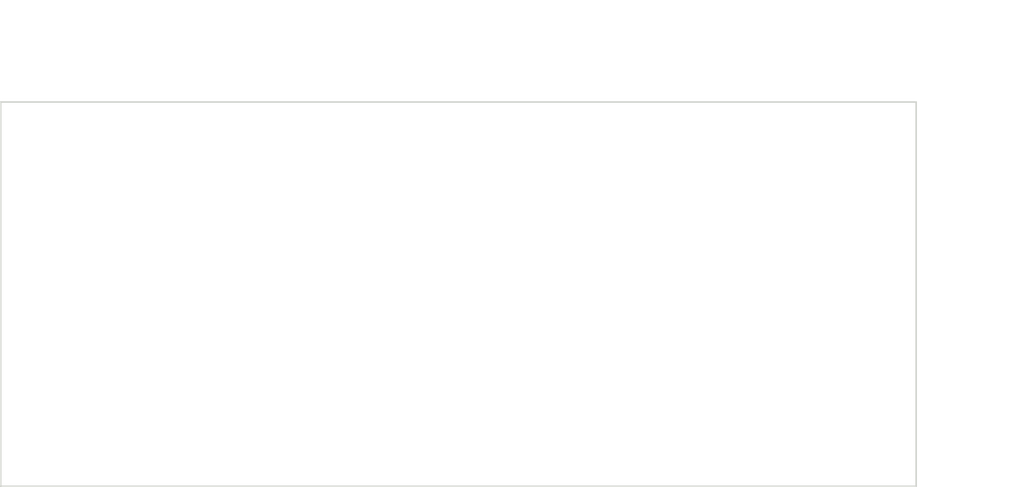
<source format=kicad_pcb>
(kicad_pcb (version 20171130) (host pcbnew "(5.1.0)-1")

  (general
    (thickness 1.6)
    (drawings 16)
    (tracks 0)
    (zones 0)
    (modules 0)
    (nets 1)
  )

  (page A4)
  (layers
    (0 F.Cu signal)
    (31 B.Cu signal)
    (32 B.Adhes user)
    (33 F.Adhes user)
    (34 B.Paste user)
    (35 F.Paste user)
    (36 B.SilkS user)
    (37 F.SilkS user)
    (38 B.Mask user)
    (39 F.Mask user)
    (40 Dwgs.User user)
    (41 Cmts.User user)
    (42 Eco1.User user)
    (43 Eco2.User user)
    (44 Edge.Cuts user)
    (45 Margin user)
    (46 B.CrtYd user)
    (47 F.CrtYd user)
    (48 B.Fab user)
    (49 F.Fab user)
  )

  (setup
    (last_trace_width 0.25)
    (trace_clearance 0.2)
    (zone_clearance 0.508)
    (zone_45_only no)
    (trace_min 0.2)
    (via_size 0.8)
    (via_drill 0.4)
    (via_min_size 0.4)
    (via_min_drill 0.3)
    (uvia_size 0.3)
    (uvia_drill 0.1)
    (uvias_allowed no)
    (uvia_min_size 0.2)
    (uvia_min_drill 0.1)
    (edge_width 0.05)
    (segment_width 0.2)
    (pcb_text_width 0.3)
    (pcb_text_size 1.5 1.5)
    (mod_edge_width 0.12)
    (mod_text_size 1 1)
    (mod_text_width 0.15)
    (pad_size 1.524 1.524)
    (pad_drill 0.762)
    (pad_to_mask_clearance 0.051)
    (solder_mask_min_width 0.25)
    (aux_axis_origin 0 0)
    (visible_elements FFFFFF7F)
    (pcbplotparams
      (layerselection 0x010fc_ffffffff)
      (usegerberextensions false)
      (usegerberattributes false)
      (usegerberadvancedattributes false)
      (creategerberjobfile false)
      (excludeedgelayer true)
      (linewidth 0.152400)
      (plotframeref false)
      (viasonmask false)
      (mode 1)
      (useauxorigin false)
      (hpglpennumber 1)
      (hpglpenspeed 20)
      (hpglpendiameter 15.000000)
      (psnegative false)
      (psa4output false)
      (plotreference true)
      (plotvalue true)
      (plotinvisibletext false)
      (padsonsilk false)
      (subtractmaskfromsilk false)
      (outputformat 1)
      (mirror false)
      (drillshape 1)
      (scaleselection 1)
      (outputdirectory ""))
  )

  (net 0 "")

  (net_class Default "This is the default net class."
    (clearance 0.2)
    (trace_width 0.25)
    (via_dia 0.8)
    (via_drill 0.4)
    (uvia_dia 0.3)
    (uvia_drill 0.1)
  )

  (gr_line (start 190.327617 63.346961) (end 71.327617 63.346961) (layer Edge.Cuts) (width 0.2))
  (gr_line (start 71.327617 63.346961) (end 71.327617 113.346961) (layer Edge.Cuts) (width 0.2))
  (gr_line (start 71.327617 113.346961) (end 190.327617 113.346961) (layer Edge.Cuts) (width 0.2))
  (gr_line (start 190.327617 113.346961) (end 190.327617 63.346961) (layer Edge.Cuts) (width 0.2))
  (gr_text [1.97] (at 200.327617 85.486422) (layer Dwgs.User)
    (effects (font (size 1.7 1.53) (thickness 0.2125)))
  )
  (gr_text " 50.00" (at 200.327617 81.928987) (layer Dwgs.User)
    (effects (font (size 1.7 1.53) (thickness 0.2125)))
  )
  (gr_line (start 200.327617 65.346961) (end 200.327617 80.039525) (layer Dwgs.User) (width 0.2))
  (gr_line (start 200.327617 111.346961) (end 200.327617 87.154396) (layer Dwgs.User) (width 0.2))
  (gr_line (start 191.327617 63.346961) (end 203.502617 63.346961) (layer Dwgs.User) (width 0.2))
  (gr_line (start 191.327617 113.346961) (end 203.502617 113.346961) (layer Dwgs.User) (width 0.2))
  (gr_text [4.69] (at 150.827617 55.236422) (layer Dwgs.User)
    (effects (font (size 1.7 1.53) (thickness 0.2125)))
  )
  (gr_text " 119.00" (at 150.827617 51.678987) (layer Dwgs.User)
    (effects (font (size 1.7 1.53) (thickness 0.2125)))
  )
  (gr_line (start 73.327617 53.346961) (end 146.122604 53.346961) (layer Dwgs.User) (width 0.2))
  (gr_line (start 188.327617 53.346961) (end 155.532631 53.346961) (layer Dwgs.User) (width 0.2))
  (gr_line (start 71.327617 62.346961) (end 71.327617 50.171961) (layer Dwgs.User) (width 0.2))
  (gr_line (start 190.327617 62.346961) (end 190.327617 50.171961) (layer Dwgs.User) (width 0.2))

)

</source>
